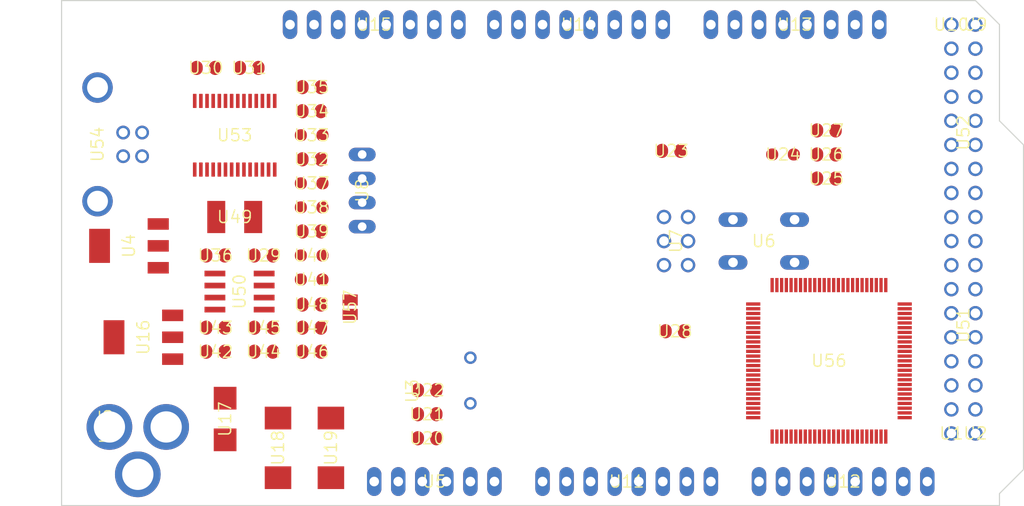
<source format=kicad_pcb>
(kicad_pcb (version 20221018) (generator pcbnew)
  (layers (0 "F.Cu" signal "Top") (31 "B.Cu" signal "Bottom") (34 "B.Paste" user) (35 "F.Paste" user) (36 "B.SilkS" user "B.Silkscreen") (37 "F.SilkS" user "F.Silkscreen") (38 "B.Mask" user) (39 "F.Mask" user) (44 "Edge.Cuts" user))
  (net 0 "")
  (net 1 "+5V")
  (net 2 "GND")
  (net 3 "N$6")
  (net 4 "N$7")
  (net 5 "AREF")
  (net 6 "RESET")
  (net 7 "VIN")
  (net 8 "N$3")
  (net 9 "PWRIN")
  (net 10 "M8RXD")
  (net 11 "M8TXD")
  (net 12 "ADC0")
  (net 13 "ADC2")
  (net 14 "ADC1")
  (net 15 "ADC3")
  (net 16 "ADC4")
  (net 17 "ADC5")
  (net 18 "ADC6")
  (net 19 "ADC7")
  (net 20 "+3V3")
  (net 21 "SDA")
  (net 22 "SCL")
  (net 23 "ADC9")
  (net 24 "ADC8")
  (net 25 "ADC10")
  (net 26 "ADC11")
  (net 27 "ADC12")
  (net 28 "ADC13")
  (net 29 "ADC14")
  (net 30 "ADC15")
  (net 31 "PB3")
  (net 32 "PB2")
  (net 33 "PB1")
  (net 34 "PB5")
  (net 35 "PB4")
  (net 36 "PE5")
  (net 37 "PE4")
  (net 38 "PE3")
  (net 39 "PE1")
  (net 40 "PE0")
  (net 41 "N$15")
  (net 42 "N$53")
  (net 43 "N$54")
  (net 44 "N$55")
  (net 45 "D-")
  (net 46 "D+")
  (net 47 "N$60")
  (net 48 "DTR")
  (net 49 "USBVCC")
  (net 50 "N$2")
  (net 51 "N$4")
  (net 52 "GATE_CMD")
  (net 53 "CMP")
  (net 54 "PB6")
  (net 55 "PH3")
  (net 56 "PH4")
  (net 57 "PH5")
  (net 58 "PH6")
  (net 59 "PG5")
  (net 60 "RXD1")
  (net 61 "TXD1")
  (net 62 "RXD2")
  (net 63 "RXD3")
  (net 64 "TXD2")
  (net 65 "TXD3")
  (net 66 "PC0")
  (net 67 "PC1")
  (net 68 "PC2")
  (net 69 "PC3")
  (net 70 "PC4")
  (net 71 "PC5")
  (net 72 "PC6")
  (net 73 "PC7")
  (net 74 "PB0")
  (net 75 "PG0")
  (net 76 "PG1")
  (net 77 "PG2")
  (net 78 "PD7")
  (net 79 "PA0")
  (net 80 "PA1")
  (net 81 "PA2")
  (net 82 "PA3")
  (net 83 "PA4")
  (net 84 "PA5")
  (net 85 "PA6")
  (net 86 "PA7")
  (net 87 "PL0")
  (net 88 "PL1")
  (net 89 "PL2")
  (net 90 "PL3")
  (net 91 "PL4")
  (net 92 "PL5")
  (net 93 "PL6")
  (net 94 "PL7")
  (net 95 "PB7")
  (net 96 "CTS")
  (net 97 "DSR")
  (net 98 "DCD")
  (net 99 "RI")
  (footprint "Arduino_MEGA_Reference_Design:2X03" (layer "F.Cu") (at 162.5981 103.7336 -90)
    (fp_text reference "U7")
    (fp_text value "")
  )
  (footprint "Arduino_MEGA_Reference_Design:1X08" (layer "F.Cu") (at 152.3111 80.8736 180)
    (fp_text reference "U14")
    (fp_text value "")
  )
  (footprint "Arduino_MEGA_Reference_Design:1X08" (layer "F.Cu") (at 130.7211 80.8736 180)
    (fp_text reference "U15")
    (fp_text value "")
  )
  (footprint "Arduino_MEGA_Reference_Design:SMC_D" (layer "F.Cu") (at 120.5611 125.5776 -90)
    (fp_text reference "U18")
    (fp_text value "")
  )
  (footprint "Arduino_MEGA_Reference_Design:SMC_D" (layer "F.Cu") (at 126.1491 125.5776 -90)
    (fp_text reference "U19")
    (fp_text value "")
  )
  (footprint "Arduino_MEGA_Reference_Design:B3F-10XX" (layer "F.Cu") (at 171.8691 103.7336 180)
    (fp_text reference "U6")
    (fp_text value "")
  )
  (footprint "Arduino_MEGA_Reference_Design:0805RND" (layer "F.Cu") (at 173.9011 94.5896 180)
    (fp_text reference "U24")
    (fp_text value "")
  )
  (footprint "Arduino_MEGA_Reference_Design:SMB" (layer "F.Cu") (at 114.9731 122.5296 -90)
    (fp_text reference "U17")
    (fp_text value "")
  )
  (footprint "Arduino_MEGA_Reference_Design:DC-21MM" (layer "F.Cu") (at 103.0351 123.2916 90)
    (fp_text reference "U55")
    (fp_text value "")
  )
  (footprint "Arduino_MEGA_Reference_Design:HC49_S" (layer "F.Cu") (at 140.8811 118.4656 90)
    (fp_text reference "U3")
    (fp_text value "")
  )
  (footprint "Arduino_MEGA_Reference_Design:SOT223" (layer "F.Cu") (at 106.3371 113.8936 90)
    (fp_text reference "U16")
    (fp_text value "")
  )
  (footprint "Arduino_MEGA_Reference_Design:1X06" (layer "F.Cu") (at 137.0711 129.1336)
    (fp_text reference "U5")
    (fp_text value "")
  )
  (footprint "Arduino_MEGA_Reference_Design:C0805RND" (layer "F.Cu") (at 124.1171 87.4776)
    (fp_text reference "U35")
    (fp_text value "")
  )
  (footprint "Arduino_MEGA_Reference_Design:C0805RND" (layer "F.Cu") (at 162.4711 113.2586)
    (fp_text reference "U28")
    (fp_text value "")
  )
  (footprint "Arduino_MEGA_Reference_Design:C0805RND" (layer "F.Cu") (at 136.3091 122.0216)
    (fp_text reference "U21")
    (fp_text value "")
  )
  (footprint "Arduino_MEGA_Reference_Design:C0805RND" (layer "F.Cu") (at 136.3091 119.4816)
    (fp_text reference "U22")
    (fp_text value "")
  )
  (footprint "Arduino_MEGA_Reference_Design:C0805RND" (layer "F.Cu") (at 113.9571 112.8776)
    (fp_text reference "U43")
    (fp_text value "")
  )
  (footprint "Arduino_MEGA_Reference_Design:RCL_0805RND" (layer "F.Cu") (at 124.1171 105.2576)
    (fp_text reference "U40")
    (fp_text value "")
  )
  (footprint "Arduino_MEGA_Reference_Design:RCL_0805RND" (layer "F.Cu") (at 124.1171 107.7976)
    (fp_text reference "U41")
    (fp_text value "")
  )
  (footprint "Arduino_MEGA_Reference_Design:1X08" (layer "F.Cu") (at 157.3911 129.1336)
    (fp_text reference "U11")
    (fp_text value "")
  )
  (footprint "Arduino_MEGA_Reference_Design:1X08" (layer "F.Cu") (at 175.1711 80.8736 180)
    (fp_text reference "U13")
    (fp_text value "")
  )
  (footprint "Arduino_MEGA_Reference_Design:R0805RND" (layer "F.Cu") (at 178.4731 94.5896 180)
    (fp_text reference "U26")
    (fp_text value "")
  )
  (footprint "Arduino_MEGA_Reference_Design:R0805RND" (layer "F.Cu") (at 178.4731 92.0496 180)
    (fp_text reference "U27")
    (fp_text value "")
  )
  (footprint "Arduino_MEGA_Reference_Design:TQFP100" (layer "F.Cu") (at 178.7510986328125 116.38360595703125 0)
    (fp_text reference "U56")
    (fp_text value "")
  )
  (footprint "Arduino_MEGA_Reference_Design:C0805RND" (layer "F.Cu") (at 162.0901 94.2086 180)
    (fp_text reference "U23")
    (fp_text value "")
  )
  (footprint "Arduino_MEGA_Reference_Design:C0805RND" (layer "F.Cu") (at 136.3091 124.5616)
    (fp_text reference "U20")
    (fp_text value "")
  )
  (footprint "Arduino_MEGA_Reference_Design:1X08" (layer "F.Cu") (at 180.2511 129.1336)
    (fp_text reference "U12")
    (fp_text value "")
  )
  (footprint "Arduino_MEGA_Reference_Design:R0805RND" (layer "F.Cu") (at 124.1171 112.8776)
    (fp_text reference "U47")
    (fp_text value "")
  )
  (footprint "Arduino_MEGA_Reference_Design:C0805RND" (layer "F.Cu") (at 124.1171 115.4176)
    (fp_text reference "U46")
    (fp_text value "")
  )
  (footprint "Arduino_MEGA_Reference_Design:C0805RND" (layer "F.Cu") (at 113.9571 105.2576)
    (fp_text reference "U36")
    (fp_text value "")
  )
  (footprint "Arduino_MEGA_Reference_Design:C0805RND" (layer "F.Cu") (at 112.9411 85.4456)
    (fp_text reference "U30")
    (fp_text value "")
  )
  (footprint "Arduino_MEGA_Reference_Design:0805RND" (layer "F.Cu") (at 124.1171 100.1776 180)
    (fp_text reference "U38")
    (fp_text value "")
  )
  (footprint "Arduino_MEGA_Reference_Design:0805RND" (layer "F.Cu") (at 124.1171 97.6376 180)
    (fp_text reference "U37")
    (fp_text value "")
  )
  (footprint "Arduino_MEGA_Reference_Design:R0805RND" (layer "F.Cu") (at 124.1171 95.0976)
    (fp_text reference "U32")
    (fp_text value "")
  )
  (footprint "Arduino_MEGA_Reference_Design:R0805RND" (layer "F.Cu") (at 124.1171 102.7176)
    (fp_text reference "U39")
    (fp_text value "")
  )
  (footprint "Arduino_MEGA_Reference_Design:SSOP28" (layer "F.Cu") (at 115.9891 92.5576)
    (fp_text reference "U53")
    (fp_text value "")
  )
  (footprint "Arduino_MEGA_Reference_Design:PN61729" (layer "F.Cu") (at 98.9584 93.5228 -90)
    (fp_text reference "U54")
    (fp_text value "")
  )
  (footprint "Arduino_MEGA_Reference_Design:L1812" (layer "F.Cu") (at 115.9891 101.1936)
    (fp_text reference "U49")
    (fp_text value "")
  )
  (footprint "Arduino_MEGA_Reference_Design:C0805RND" (layer "F.Cu") (at 117.5131 85.4456)
    (fp_text reference "U31")
    (fp_text value "")
  )
  (footprint "Arduino_MEGA_Reference_Design:0805RND" (layer "F.Cu") (at 124.1171 92.5576 180)
    (fp_text reference "U33")
    (fp_text value "")
  )
  (footprint "Arduino_MEGA_Reference_Design:R0805RND" (layer "F.Cu") (at 124.1171 90.0176 180)
    (fp_text reference "U34")
    (fp_text value "")
  )
  (footprint "Arduino_MEGA_Reference_Design:C0805RND" (layer "F.Cu") (at 124.1171 110.4392 180)
    (fp_text reference "U48")
    (fp_text value "")
  )
  (footprint "Arduino_MEGA_Reference_Design:SOT223" (layer "F.Cu") (at 104.8131 104.2416 90)
    (fp_text reference "U4")
    (fp_text value "")
  )
  (footprint "Arduino_MEGA_Reference_Design:SO08" (layer "F.Cu") (at 116.4971 109.0676 -90)
    (fp_text reference "U50")
    (fp_text value "")
  )
  (footprint "Arduino_MEGA_Reference_Design:R0805RND" (layer "F.Cu") (at 113.9571 115.4176 180)
    (fp_text reference "U42")
    (fp_text value "")
  )
  (footprint "Arduino_MEGA_Reference_Design:R0805RND" (layer "F.Cu") (at 119.0371 112.8776 180)
    (fp_text reference "U45")
    (fp_text value "")
  )
  (footprint "Arduino_MEGA_Reference_Design:C0805RND" (layer "F.Cu") (at 119.0371 115.4176 180)
    (fp_text reference "U44")
    (fp_text value "")
  )
  (footprint "Arduino_MEGA_Reference_Design:C0805RND" (layer "F.Cu") (at 119.0371 105.2576)
    (fp_text reference "U29")
    (fp_text value "")
  )
  (footprint "Arduino_MEGA_Reference_Design:2X08" (layer "F.Cu") (at 192.9511 92.3036 90)
    (fp_text reference "U52")
    (fp_text value "")
  )
  (footprint "Arduino_MEGA_Reference_Design:2X08" (layer "F.Cu") (at 192.9511 112.6236 90)
    (fp_text reference "U51")
    (fp_text value "")
  )
  (footprint "Arduino_MEGA_Reference_Design:R0805RND" (layer "F.Cu") (at 178.4731 97.1296 180)
    (fp_text reference "U25")
    (fp_text value "")
  )
  (footprint "Arduino_MEGA_Reference_Design:1X01" (layer "F.Cu") (at 191.6811 80.8736)
    (fp_text reference "U10")
    (fp_text value "")
  )
  (footprint "Arduino_MEGA_Reference_Design:1X01" (layer "F.Cu") (at 194.2211 80.8736)
    (fp_text reference "U9")
    (fp_text value "")
  )
  (footprint "Arduino_MEGA_Reference_Design:1X01" (layer "F.Cu") (at 191.6811 124.0536)
    (fp_text reference "U1")
    (fp_text value "")
  )
  (footprint "Arduino_MEGA_Reference_Design:1X01" (layer "F.Cu") (at 194.2211 124.0536)
    (fp_text reference "U2")
    (fp_text value "")
  )
  (footprint "Arduino_MEGA_Reference_Design:SJ" (layer "F.Cu") (at 128.1811 110.7186 -90)
    (fp_text reference "U57")
    (fp_text value "")
  )
  (footprint "Arduino_MEGA_Reference_Design:JP4" (layer "F.Cu") (at 129.4511 98.3996 -90)
    (fp_text reference "U8")
    (fp_text value "")
  )
  (gr_line (start 196.7611 80.8736) (end 196.7611 91.0336) (layer "Edge.Cuts") (width 0.12))
  (gr_line (start 196.7611 130.4036) (end 196.7611 131.6736) (layer "Edge.Cuts") (width 0.12))
  (gr_line (start 194.2211 78.3336) (end 196.7611 80.8736) (layer "Edge.Cuts") (width 0.12))
  (gr_line (start 97.7011 78.3336) (end 194.2211 78.3336) (layer "Edge.Cuts") (width 0.12))
  (gr_line (start 196.7611 91.0336) (end 199.3011 93.5736) (layer "Edge.Cuts") (width 0.12))
  (gr_line (start 97.7011 131.6736) (end 97.7011 78.3336) (layer "Edge.Cuts") (width 0.12))
  (gr_line (start 196.7611 131.6736) (end 97.7011 131.6736) (layer "Edge.Cuts") (width 0.12))
  (gr_line (start 199.3011 93.5736) (end 199.3011 127.8636) (layer "Edge.Cuts") (width 0.12))
  (gr_line (start 199.3011 127.8636) (end 196.7611 130.4036) (layer "Edge.Cuts") (width 0.12))
)
</source>
